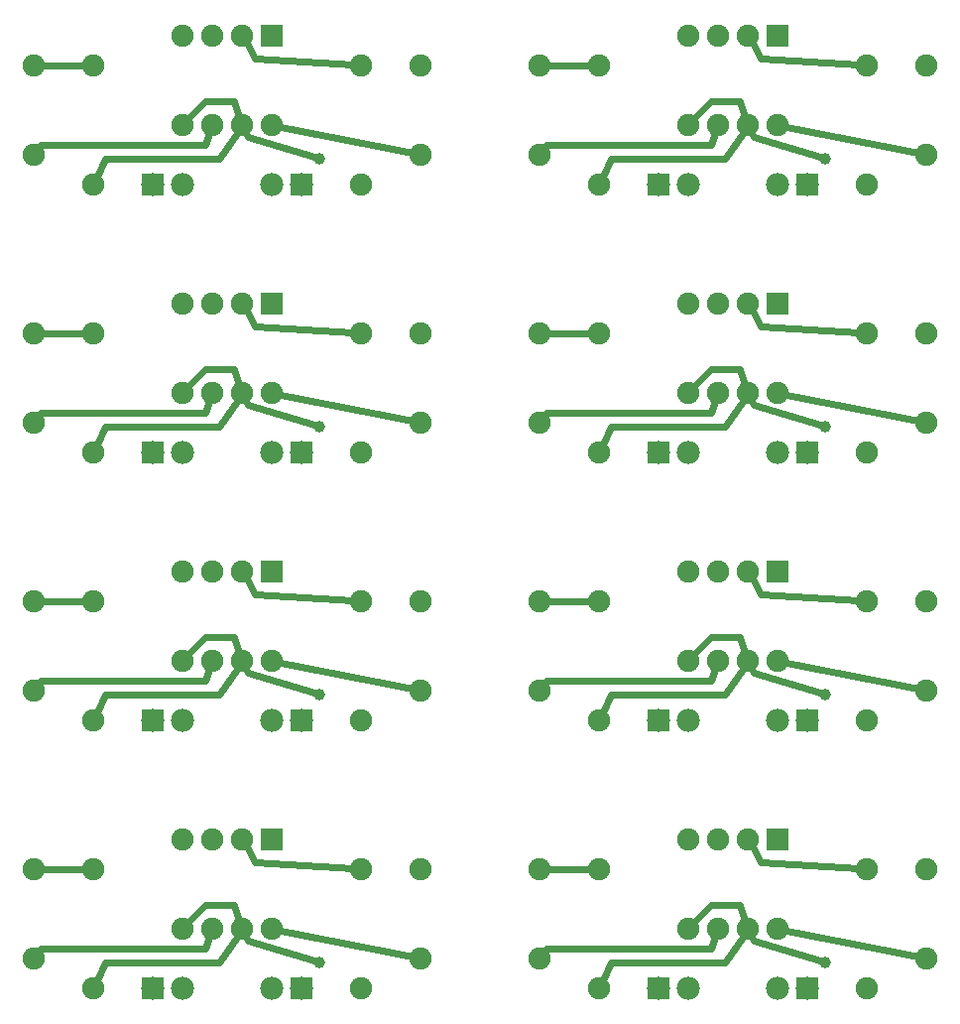
<source format=gtl>
G04 MADE WITH FRITZING*
G04 WWW.FRITZING.ORG*
G04 DOUBLE SIDED*
G04 HOLES PLATED*
G04 CONTOUR ON CENTER OF CONTOUR VECTOR*
%ASAXBY*%
%FSLAX23Y23*%
%MOIN*%
%OFA0B0*%
%SFA1.0B1.0*%
%ADD10C,0.075000*%
%ADD11C,0.078000*%
%ADD12C,0.039370*%
%ADD13R,0.075000X0.075000*%
%ADD14R,0.078000X0.078000*%
%ADD15C,0.024000*%
%LNCOPPER1*%
G90*
G70*
G54D10*
X1271Y553D03*
X1271Y153D03*
X371Y153D03*
X371Y553D03*
X971Y653D03*
X971Y353D03*
X871Y653D03*
X871Y353D03*
X771Y653D03*
X771Y353D03*
X671Y653D03*
X671Y353D03*
X171Y553D03*
X171Y253D03*
X1471Y553D03*
X1471Y253D03*
G54D11*
X571Y153D03*
X671Y153D03*
X1071Y153D03*
X971Y153D03*
G54D12*
X1130Y239D03*
G54D10*
X1271Y1453D03*
X1271Y1053D03*
X371Y1053D03*
X371Y1453D03*
X971Y1553D03*
X971Y1253D03*
X871Y1553D03*
X871Y1253D03*
X771Y1553D03*
X771Y1253D03*
X671Y1553D03*
X671Y1253D03*
X171Y1453D03*
X171Y1153D03*
X1471Y1453D03*
X1471Y1153D03*
G54D11*
X571Y1053D03*
X671Y1053D03*
X1071Y1053D03*
X971Y1053D03*
G54D12*
X1130Y1139D03*
G54D10*
X1271Y2353D03*
X1271Y1953D03*
X371Y1953D03*
X371Y2353D03*
X971Y2453D03*
X971Y2153D03*
X871Y2453D03*
X871Y2153D03*
X771Y2453D03*
X771Y2153D03*
X671Y2453D03*
X671Y2153D03*
X171Y2353D03*
X171Y2053D03*
X1471Y2353D03*
X1471Y2053D03*
G54D11*
X571Y1953D03*
X671Y1953D03*
X1071Y1953D03*
X971Y1953D03*
G54D12*
X1130Y2039D03*
G54D10*
X1271Y3253D03*
X1271Y2853D03*
X371Y2853D03*
X371Y3253D03*
X971Y3353D03*
X971Y3053D03*
X871Y3353D03*
X871Y3053D03*
X771Y3353D03*
X771Y3053D03*
X671Y3353D03*
X671Y3053D03*
X171Y3253D03*
X171Y2953D03*
X1471Y3253D03*
X1471Y2953D03*
G54D11*
X571Y2853D03*
X671Y2853D03*
X1071Y2853D03*
X971Y2853D03*
G54D12*
X1130Y2939D03*
G54D10*
X2971Y2353D03*
X2971Y1953D03*
X2971Y553D03*
X2971Y153D03*
X2971Y3253D03*
X2971Y2853D03*
X2971Y1453D03*
X2971Y1053D03*
X2071Y2853D03*
X2071Y3253D03*
X2071Y1953D03*
X2071Y2353D03*
X2071Y153D03*
X2071Y553D03*
X2071Y1053D03*
X2071Y1453D03*
X2671Y1553D03*
X2671Y1253D03*
X2571Y1553D03*
X2571Y1253D03*
X2471Y1553D03*
X2471Y1253D03*
X2371Y1553D03*
X2371Y1253D03*
X2671Y2453D03*
X2671Y2153D03*
X2571Y2453D03*
X2571Y2153D03*
X2471Y2453D03*
X2471Y2153D03*
X2371Y2453D03*
X2371Y2153D03*
X2671Y653D03*
X2671Y353D03*
X2571Y653D03*
X2571Y353D03*
X2471Y653D03*
X2471Y353D03*
X2371Y653D03*
X2371Y353D03*
X2671Y3353D03*
X2671Y3053D03*
X2571Y3353D03*
X2571Y3053D03*
X2471Y3353D03*
X2471Y3053D03*
X2371Y3353D03*
X2371Y3053D03*
X1871Y553D03*
X1871Y253D03*
X1871Y1453D03*
X1871Y1153D03*
X1871Y2353D03*
X1871Y2053D03*
X1871Y3253D03*
X1871Y2953D03*
X3171Y3253D03*
X3171Y2953D03*
X3171Y1453D03*
X3171Y1153D03*
X3171Y2353D03*
X3171Y2053D03*
X3171Y553D03*
X3171Y253D03*
G54D11*
X2271Y2853D03*
X2371Y2853D03*
X2271Y1053D03*
X2371Y1053D03*
X2271Y153D03*
X2371Y153D03*
X2271Y1953D03*
X2371Y1953D03*
X2771Y2853D03*
X2671Y2853D03*
X2771Y153D03*
X2671Y153D03*
X2771Y1053D03*
X2671Y1053D03*
X2771Y1953D03*
X2671Y1953D03*
G54D12*
X2830Y1139D03*
X2830Y2939D03*
X2830Y239D03*
X2830Y2039D03*
G54D13*
X971Y653D03*
G54D14*
X571Y153D03*
X1071Y153D03*
G54D13*
X971Y1553D03*
G54D14*
X571Y1053D03*
X1071Y1053D03*
G54D13*
X971Y2453D03*
G54D14*
X571Y1953D03*
X1071Y1953D03*
G54D13*
X971Y3353D03*
G54D14*
X571Y2853D03*
X1071Y2853D03*
G54D13*
X2671Y1553D03*
X2671Y2453D03*
X2671Y653D03*
X2671Y3353D03*
G54D14*
X2271Y2853D03*
X2271Y1053D03*
X2271Y153D03*
X2271Y1953D03*
X2771Y2853D03*
X2771Y153D03*
X2771Y1053D03*
X2771Y1953D03*
G54D15*
X3143Y2058D02*
X2699Y2147D01*
D02*
X3143Y258D02*
X2699Y347D01*
D02*
X3143Y2958D02*
X2699Y3047D01*
D02*
X3143Y1158D02*
X2699Y1247D01*
D02*
X1443Y2958D02*
X999Y3047D01*
D02*
X1443Y1158D02*
X999Y1247D01*
D02*
X1443Y258D02*
X999Y347D01*
D02*
X1443Y2058D02*
X999Y2147D01*
D02*
X1887Y2977D02*
X1894Y2987D01*
D02*
X1887Y2077D02*
X1894Y2087D01*
D02*
X1887Y1177D02*
X1894Y1187D01*
D02*
X1887Y277D02*
X1894Y287D01*
D02*
X187Y277D02*
X194Y287D01*
D02*
X187Y1177D02*
X194Y1187D01*
D02*
X187Y2077D02*
X194Y2087D01*
D02*
X187Y2977D02*
X194Y2987D01*
D02*
X1894Y287D02*
X2446Y287D01*
D02*
X1894Y2087D02*
X2446Y2087D01*
D02*
X1894Y1187D02*
X2446Y1187D01*
D02*
X1894Y2987D02*
X2446Y2987D01*
D02*
X194Y287D02*
X746Y287D01*
D02*
X194Y1187D02*
X746Y1187D01*
D02*
X194Y2987D02*
X746Y2987D01*
D02*
X194Y2087D02*
X746Y2087D01*
D02*
X2446Y2087D02*
X2461Y2126D01*
D02*
X2446Y2987D02*
X2461Y3026D01*
D02*
X2446Y1187D02*
X2461Y1226D01*
D02*
X2446Y287D02*
X2461Y326D01*
D02*
X746Y287D02*
X761Y326D01*
D02*
X746Y1187D02*
X761Y1226D01*
D02*
X746Y2987D02*
X761Y3026D01*
D02*
X746Y2087D02*
X761Y2126D01*
D02*
X2043Y1453D02*
X1900Y1453D01*
D02*
X2043Y553D02*
X1900Y553D01*
D02*
X2043Y2353D02*
X1900Y2353D01*
D02*
X2043Y3253D02*
X1900Y3253D01*
D02*
X343Y553D02*
X200Y553D01*
D02*
X343Y1453D02*
X200Y1453D01*
D02*
X343Y3253D02*
X200Y3253D01*
D02*
X343Y2353D02*
X200Y2353D01*
D02*
X2391Y374D02*
X2446Y431D01*
D02*
X2391Y3074D02*
X2446Y3131D01*
D02*
X2391Y1274D02*
X2446Y1331D01*
D02*
X2391Y2174D02*
X2446Y2231D01*
D02*
X691Y1274D02*
X746Y1331D01*
D02*
X691Y374D02*
X746Y431D01*
D02*
X691Y3074D02*
X746Y3131D01*
D02*
X691Y2174D02*
X746Y2231D01*
D02*
X2446Y431D02*
X2542Y431D01*
D02*
X2446Y1331D02*
X2542Y1331D01*
D02*
X2446Y3131D02*
X2542Y3131D01*
D02*
X2446Y2231D02*
X2542Y2231D01*
D02*
X746Y431D02*
X842Y431D01*
D02*
X746Y1331D02*
X842Y1331D01*
D02*
X746Y3131D02*
X842Y3131D01*
D02*
X746Y2231D02*
X842Y2231D01*
D02*
X2542Y431D02*
X2561Y380D01*
D02*
X2542Y1331D02*
X2561Y1280D01*
D02*
X2542Y3131D02*
X2561Y3080D01*
D02*
X2542Y2231D02*
X2561Y2180D01*
D02*
X842Y1331D02*
X861Y1280D01*
D02*
X842Y431D02*
X861Y380D01*
D02*
X842Y3131D02*
X861Y3080D01*
D02*
X842Y2231D02*
X861Y2180D01*
D02*
X2083Y1979D02*
X2110Y2039D01*
D02*
X2083Y2879D02*
X2110Y2939D01*
D02*
X2083Y179D02*
X2110Y239D01*
D02*
X2083Y1079D02*
X2110Y1139D01*
D02*
X383Y1079D02*
X410Y1139D01*
D02*
X383Y179D02*
X410Y239D01*
D02*
X383Y2879D02*
X410Y2939D01*
D02*
X383Y1979D02*
X410Y2039D01*
D02*
X2110Y239D02*
X2494Y239D01*
D02*
X2110Y2939D02*
X2494Y2939D01*
D02*
X2110Y1139D02*
X2494Y1139D01*
D02*
X2110Y2039D02*
X2494Y2039D01*
D02*
X410Y239D02*
X794Y239D01*
D02*
X410Y1139D02*
X794Y1139D01*
D02*
X410Y2939D02*
X794Y2939D01*
D02*
X410Y2039D02*
X794Y2039D01*
D02*
X2494Y2039D02*
X2555Y2129D01*
D02*
X2494Y1139D02*
X2555Y1229D01*
D02*
X2494Y2939D02*
X2555Y3029D01*
D02*
X2494Y239D02*
X2555Y329D01*
D02*
X794Y2939D02*
X855Y3029D01*
D02*
X794Y1139D02*
X855Y1229D01*
D02*
X794Y239D02*
X855Y329D01*
D02*
X794Y2039D02*
X855Y2129D01*
D02*
X2812Y2945D02*
X2590Y3011D01*
D02*
X2812Y2045D02*
X2590Y2111D01*
D02*
X2812Y245D02*
X2590Y311D01*
D02*
X2812Y1145D02*
X2590Y1211D01*
D02*
X1112Y1145D02*
X890Y1211D01*
D02*
X1112Y245D02*
X890Y311D01*
D02*
X1112Y2045D02*
X890Y2111D01*
D02*
X1112Y2945D02*
X890Y3011D01*
D02*
X2590Y311D02*
X2583Y327D01*
D02*
X2590Y3011D02*
X2583Y3027D01*
D02*
X2590Y2111D02*
X2583Y2127D01*
D02*
X2590Y1211D02*
X2583Y1227D01*
D02*
X890Y311D02*
X883Y327D01*
D02*
X890Y3011D02*
X883Y3027D01*
D02*
X890Y1211D02*
X883Y1227D01*
D02*
X890Y2111D02*
X883Y2127D01*
D02*
X2585Y3328D02*
X2614Y3275D01*
D02*
X2585Y628D02*
X2614Y575D01*
D02*
X2585Y2428D02*
X2614Y2375D01*
D02*
X2585Y1528D02*
X2614Y1475D01*
D02*
X885Y628D02*
X914Y575D01*
D02*
X885Y3328D02*
X914Y3275D01*
D02*
X885Y1528D02*
X914Y1475D01*
D02*
X885Y2428D02*
X914Y2375D01*
D02*
X2614Y1475D02*
X2943Y1455D01*
D02*
X2614Y575D02*
X2943Y555D01*
D02*
X2614Y2375D02*
X2943Y2355D01*
D02*
X914Y3275D02*
X1243Y3255D01*
D02*
X2614Y3275D02*
X2943Y3255D01*
D02*
X914Y575D02*
X1243Y555D01*
D02*
X914Y2375D02*
X1243Y2355D01*
D02*
X914Y1475D02*
X1243Y1455D01*
G04 End of Copper1*
M02*
</source>
